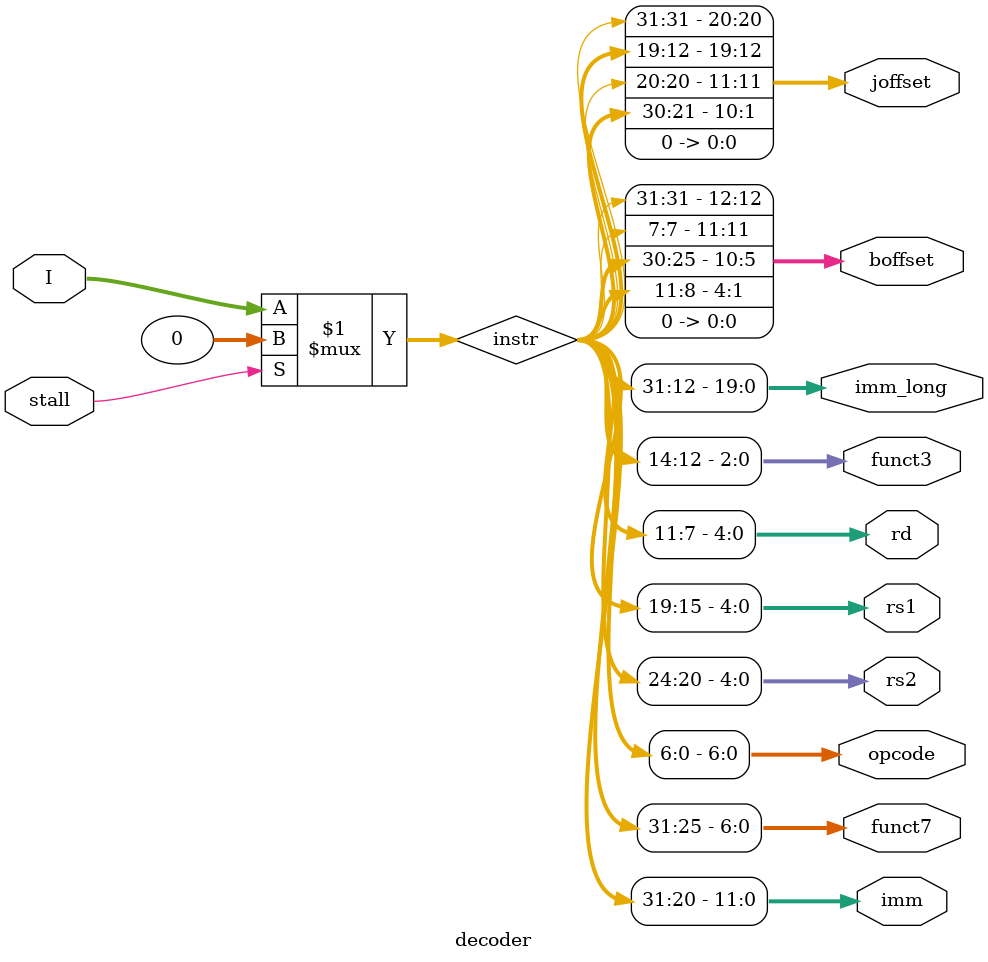
<source format=sv>
module decoder (
    input [31:0] I,
    input [0:0] stall,

    // instruction format fields
    output [11:0] imm,
    output [6:0] funct7, opcode,
    output [4:0] rs2, rs1, rd,
    output [2:0] funct3,
    output [19:0] imm_long,
    output [12:0] boffset,
    output [20:0] joffset
);

logic [31:0] instr;

assign instr = stall ? 32'b0 : I;

// universal
assign opcode = instr[6:0];

assign funct7 = instr[31:25];
assign rs2 = instr[24:20];
assign rs1 = instr[19:15];
assign funct3 = instr[14:12];
assign rd = instr[11:7];

// I-type
assign imm = instr[31:20];

// U-type
assign imm_long = instr[31:12];

// B-type
assign boffset = {instr[31],instr[7],instr[30:25],instr[11:8],1'b0};

// J-type (jal only)
assign joffset = {instr[31],instr[19:12],instr[20],instr[30:21],1'b0};

endmodule

</source>
